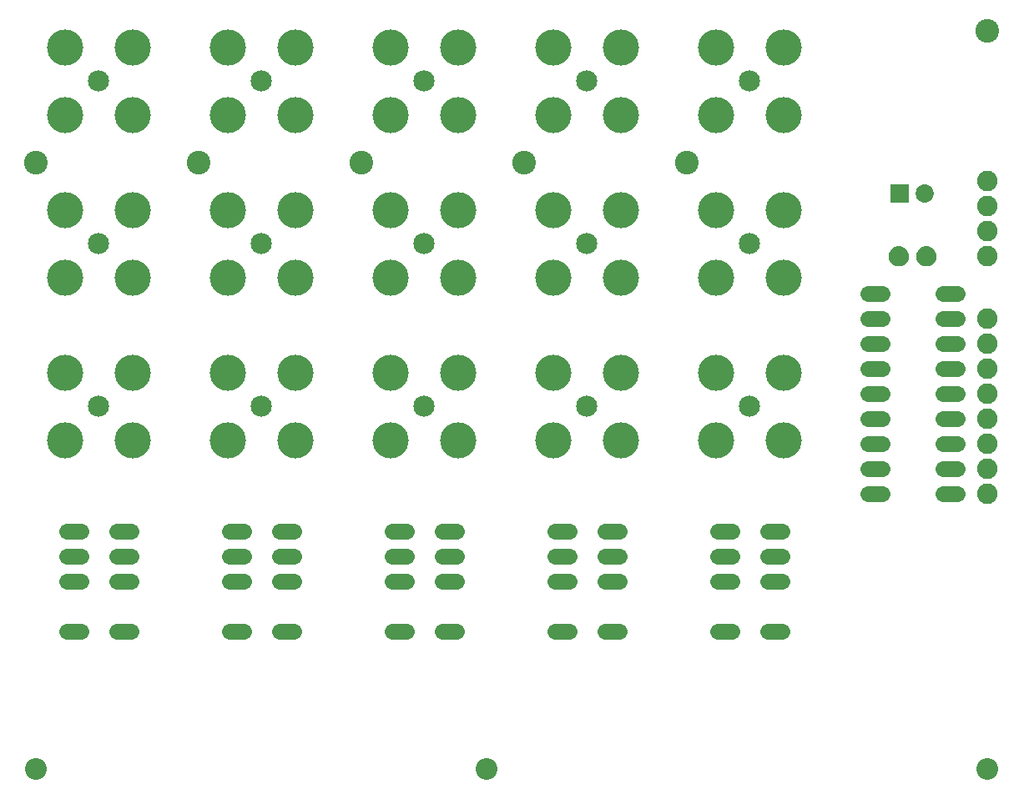
<source format=gbs>
G75*
G70*
%OFA0B0*%
%FSLAX24Y24*%
%IPPOS*%
%LPD*%
%AMOC8*
5,1,8,0,0,1.08239X$1,22.5*
%
%ADD10C,0.0946*%
%ADD11C,0.0867*%
%ADD12C,0.0640*%
%ADD13C,0.0820*%
%ADD14C,0.0635*%
%ADD15C,0.0050*%
%ADD16C,0.0848*%
%ADD17C,0.1441*%
%ADD18C,0.0730*%
%ADD19R,0.0730X0.0730*%
D10*
X001300Y042550D03*
X007800Y042550D03*
X014300Y042550D03*
X020800Y042550D03*
X027300Y042550D03*
X039300Y047800D03*
D11*
X001300Y018300D03*
X019300Y018300D03*
X039300Y018300D03*
D12*
X038080Y029300D02*
X037520Y029300D01*
X037520Y030300D02*
X038080Y030300D01*
X038080Y031300D02*
X037520Y031300D01*
X037520Y032300D02*
X038080Y032300D01*
X038080Y033300D02*
X037520Y033300D01*
X037520Y034300D02*
X038080Y034300D01*
X038080Y035300D02*
X037520Y035300D01*
X037520Y036300D02*
X038080Y036300D01*
X038080Y037300D02*
X037520Y037300D01*
X035080Y037300D02*
X034520Y037300D01*
X034520Y036300D02*
X035080Y036300D01*
X035080Y035300D02*
X034520Y035300D01*
X034520Y034300D02*
X035080Y034300D01*
X035080Y033300D02*
X034520Y033300D01*
X034520Y032300D02*
X035080Y032300D01*
X035080Y031300D02*
X034520Y031300D01*
X034520Y030300D02*
X035080Y030300D01*
X035080Y029300D02*
X034520Y029300D01*
D13*
X039300Y029300D03*
X039300Y030300D03*
X039300Y031300D03*
X039300Y032300D03*
X039300Y033300D03*
X039300Y034300D03*
X039300Y035300D03*
X039300Y036300D03*
X039300Y038800D03*
X039300Y039800D03*
X039300Y040800D03*
X039300Y041800D03*
D14*
X031077Y027800D02*
X030523Y027800D01*
X030523Y026800D02*
X031077Y026800D01*
X031077Y025800D02*
X030523Y025800D01*
X029077Y025800D02*
X028523Y025800D01*
X028523Y026800D02*
X029077Y026800D01*
X029077Y027800D02*
X028523Y027800D01*
X028523Y023800D02*
X029077Y023800D01*
X030523Y023800D02*
X031077Y023800D01*
X024577Y023800D02*
X024023Y023800D01*
X022577Y023800D02*
X022023Y023800D01*
X022023Y025800D02*
X022577Y025800D01*
X022577Y026800D02*
X022023Y026800D01*
X022023Y027800D02*
X022577Y027800D01*
X024023Y027800D02*
X024577Y027800D01*
X024577Y026800D02*
X024023Y026800D01*
X024023Y025800D02*
X024577Y025800D01*
X018077Y025800D02*
X017523Y025800D01*
X017523Y026800D02*
X018077Y026800D01*
X018077Y027800D02*
X017523Y027800D01*
X016077Y027800D02*
X015523Y027800D01*
X015523Y026800D02*
X016077Y026800D01*
X016077Y025800D02*
X015523Y025800D01*
X015523Y023800D02*
X016077Y023800D01*
X017523Y023800D02*
X018077Y023800D01*
X011577Y023800D02*
X011023Y023800D01*
X009577Y023800D02*
X009023Y023800D01*
X009023Y025800D02*
X009577Y025800D01*
X009577Y026800D02*
X009023Y026800D01*
X009023Y027800D02*
X009577Y027800D01*
X011023Y027800D02*
X011577Y027800D01*
X011577Y026800D02*
X011023Y026800D01*
X011023Y025800D02*
X011577Y025800D01*
X005077Y025800D02*
X004523Y025800D01*
X004523Y026800D02*
X005077Y026800D01*
X005077Y027800D02*
X004523Y027800D01*
X003077Y027800D02*
X002523Y027800D01*
X002523Y026800D02*
X003077Y026800D01*
X003077Y025800D02*
X002523Y025800D01*
X002523Y023800D02*
X003077Y023800D01*
X004523Y023800D02*
X005077Y023800D01*
D15*
X035425Y038618D02*
X035398Y038678D01*
X035382Y038742D01*
X035377Y038808D01*
X035385Y038880D01*
X035407Y038949D01*
X035441Y039012D01*
X035488Y039068D01*
X035544Y039113D01*
X035608Y039146D01*
X035678Y039167D01*
X035750Y039173D01*
X035822Y039167D01*
X035892Y039147D01*
X035957Y039113D01*
X036014Y039068D01*
X036061Y039012D01*
X036096Y038949D01*
X036118Y038879D01*
X036126Y038807D01*
X036121Y038741D01*
X036105Y038677D01*
X036077Y038617D01*
X036040Y038562D01*
X035994Y038515D01*
X035940Y038476D01*
X035881Y038447D01*
X035817Y038430D01*
X035751Y038423D01*
X035685Y038430D01*
X035622Y038448D01*
X035562Y038477D01*
X035508Y038515D01*
X035462Y038563D01*
X035425Y038618D01*
X035415Y038640D02*
X036088Y038640D01*
X036108Y038689D02*
X035395Y038689D01*
X035383Y038737D02*
X036120Y038737D01*
X036124Y038786D02*
X035379Y038786D01*
X035380Y038834D02*
X036123Y038834D01*
X036117Y038883D02*
X035386Y038883D01*
X035401Y038931D02*
X036101Y038931D01*
X036079Y038980D02*
X035423Y038980D01*
X035455Y039028D02*
X036047Y039028D01*
X036003Y039077D02*
X035499Y039077D01*
X035567Y039125D02*
X035934Y039125D01*
X036060Y038592D02*
X035443Y038592D01*
X035481Y038543D02*
X036022Y038543D01*
X035966Y038495D02*
X035537Y038495D01*
X035627Y038446D02*
X035876Y038446D01*
X036500Y038678D02*
X036484Y038742D01*
X036479Y038808D01*
X036487Y038880D01*
X036509Y038949D01*
X036543Y039012D01*
X036590Y039068D01*
X036646Y039113D01*
X036710Y039146D01*
X036780Y039167D01*
X036852Y039173D01*
X036924Y039167D01*
X036994Y039147D01*
X037059Y039113D01*
X037116Y039068D01*
X037163Y039012D01*
X037198Y038949D01*
X037220Y038879D01*
X037228Y038807D01*
X037223Y038741D01*
X037207Y038677D01*
X037179Y038617D01*
X037142Y038562D01*
X037096Y038515D01*
X037042Y038476D01*
X036983Y038447D01*
X036919Y038430D01*
X036853Y038423D01*
X036787Y038430D01*
X036724Y038448D01*
X036664Y038477D01*
X036610Y038515D01*
X036564Y038563D01*
X036527Y038618D01*
X036500Y038678D01*
X036497Y038689D02*
X037210Y038689D01*
X037222Y038737D02*
X036485Y038737D01*
X036481Y038786D02*
X037226Y038786D01*
X037225Y038834D02*
X036482Y038834D01*
X036488Y038883D02*
X037219Y038883D01*
X037203Y038931D02*
X036503Y038931D01*
X036525Y038980D02*
X037181Y038980D01*
X037149Y039028D02*
X036557Y039028D01*
X036601Y039077D02*
X037105Y039077D01*
X037036Y039125D02*
X036669Y039125D01*
X036517Y038640D02*
X037190Y038640D01*
X037162Y038592D02*
X036545Y038592D01*
X036583Y038543D02*
X037124Y038543D01*
X037068Y038495D02*
X036639Y038495D01*
X036729Y038446D02*
X036978Y038446D01*
D16*
X029800Y039300D03*
X029800Y045800D03*
X023300Y045800D03*
X023300Y039300D03*
X023300Y032800D03*
X016800Y032800D03*
X016800Y039300D03*
X016800Y045800D03*
X010300Y045800D03*
X010300Y039300D03*
X010300Y032800D03*
X003800Y032800D03*
X003800Y039300D03*
X003800Y045800D03*
X029800Y032800D03*
D17*
X028450Y034150D03*
X028450Y031450D03*
X031150Y031450D03*
X031150Y034150D03*
X031150Y037950D03*
X031150Y040650D03*
X028450Y040650D03*
X028450Y037950D03*
X024650Y037950D03*
X024650Y040650D03*
X021950Y040650D03*
X021950Y037950D03*
X021950Y034150D03*
X021950Y031450D03*
X024650Y031450D03*
X024650Y034150D03*
X018150Y034150D03*
X018150Y031450D03*
X015450Y031450D03*
X015450Y034150D03*
X015450Y037950D03*
X015450Y040650D03*
X018150Y040650D03*
X018150Y037950D03*
X018150Y044450D03*
X018150Y047150D03*
X015450Y047150D03*
X015450Y044450D03*
X011650Y044450D03*
X011650Y047150D03*
X008950Y047150D03*
X008950Y044450D03*
X008950Y040650D03*
X008950Y037950D03*
X011650Y037950D03*
X011650Y040650D03*
X011650Y034150D03*
X011650Y031450D03*
X008950Y031450D03*
X008950Y034150D03*
X005150Y034150D03*
X005150Y031450D03*
X002450Y031450D03*
X002450Y034150D03*
X002450Y037950D03*
X002450Y040650D03*
X005150Y040650D03*
X005150Y037950D03*
X005150Y044450D03*
X005150Y047150D03*
X002450Y047150D03*
X002450Y044450D03*
X021950Y044450D03*
X021950Y047150D03*
X024650Y047150D03*
X024650Y044450D03*
X028450Y044450D03*
X028450Y047150D03*
X031150Y047150D03*
X031150Y044450D03*
D18*
X036800Y041300D03*
D19*
X035800Y041300D03*
M02*

</source>
